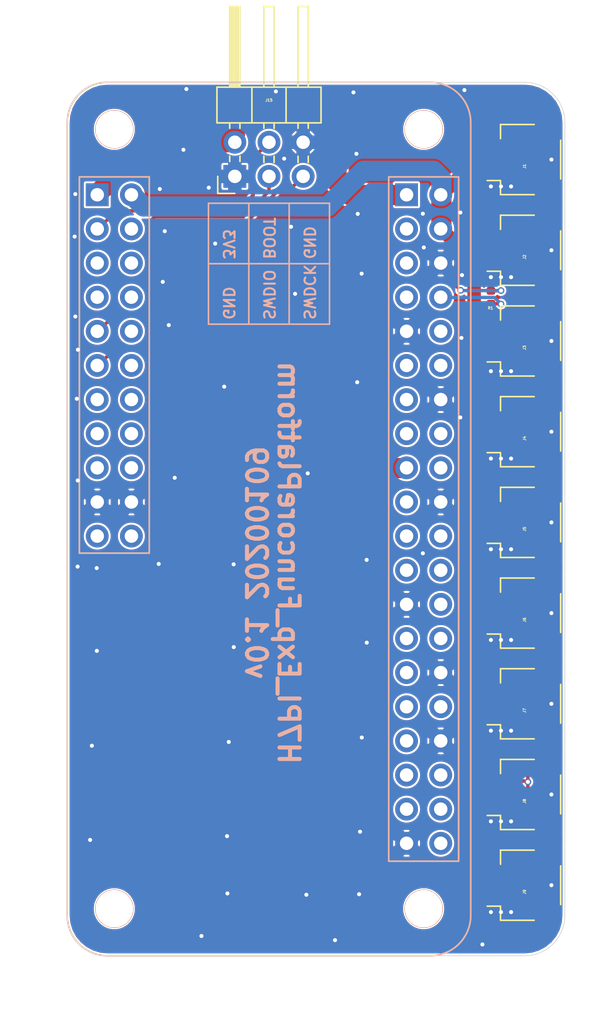
<source format=kicad_pcb>
(kicad_pcb (version 20171130) (host pcbnew "(5.1.4)-1")
  (title_block (title H7PI_Exp_FuncorePlatform) (date 2020-01-09) (rev 0.1) (company PinoD&M) (comment 1 fuhua-chen) (comment 2 fuhua-chen))
  (layers (0 F.Cu signal) (31 B.Cu signal) (34 B.Paste user) (35 F.Paste user) (36 B.SilkS user) (37 F.SilkS user) (38 B.Mask user) (39 F.Mask user) (44 Edge.Cuts user))
  (net 0 "")
  (net 1 /VBUS)
  (net 2 /SIG)
  (net 3 /SWDCLK)
  (net 4 /BOOT)
  (net 5 /SWDIO)
  (net 6 /3V3)
  (net 7 GND)
  (module Connector_PinHeader_2.54mm:PinHeader_2x03_P2.54mm_Horizontal (layer F.Cu) (at 139.46 76.5 90)
    (fp_text reference J15 (at 5.67 2.54 180) (layer F.SilkS) (effects (font (size 0.2 0.2) (thickness 0.05))))
    (fp_text value Header_2x3)
    (fp_line (start -1.27 -1.27) (end 0 -1.27) (layer F.SilkS) (width 0.12))
    (fp_line (start -1.27 0) (end -1.27 -1.27) (layer F.SilkS) (width 0.12))
    (fp_line (start 1.042929 5.46) (end 1.497071 5.46) (layer F.SilkS) (width 0.12))
    (fp_line (start 1.042929 4.7) (end 1.497071 4.7) (layer F.SilkS) (width 0.12))
    (fp_line (start 3.582929 5.46) (end 3.98 5.46) (layer F.SilkS) (width 0.12))
    (fp_line (start 3.582929 4.7) (end 3.98 4.7) (layer F.SilkS) (width 0.12))
    (fp_line (start 12.64 5.46) (end 6.64 5.46) (layer F.SilkS) (width 0.12))
    (fp_line (start 12.64 4.7) (end 12.64 5.46) (layer F.SilkS) (width 0.12))
    (fp_line (start 6.64 4.7) (end 12.64 4.7) (layer F.SilkS) (width 0.12))
    (fp_line (start 3.98 3.81) (end 6.64 3.81) (layer F.SilkS) (width 0.12))
    (fp_line (start 1.042929 2.92) (end 1.497071 2.92) (layer F.SilkS) (width 0.12))
    (fp_line (start 1.042929 2.16) (end 1.497071 2.16) (layer F.SilkS) (width 0.12))
    (fp_line (start 3.582929 2.92) (end 3.98 2.92) (layer F.SilkS) (width 0.12))
    (fp_line (start 3.582929 2.16) (end 3.98 2.16) (layer F.SilkS) (width 0.12))
    (fp_line (start 12.64 2.92) (end 6.64 2.92) (layer F.SilkS) (width 0.12))
    (fp_line (start 12.64 2.16) (end 12.64 2.92) (layer F.SilkS) (width 0.12))
    (fp_line (start 6.64 2.16) (end 12.64 2.16) (layer F.SilkS) (width 0.12))
    (fp_line (start 3.98 1.27) (end 6.64 1.27) (layer F.SilkS) (width 0.12))
    (fp_line (start 1.11 0.38) (end 1.497071 0.38) (layer F.SilkS) (width 0.12))
    (fp_line (start 1.11 -0.38) (end 1.497071 -0.38) (layer F.SilkS) (width 0.12))
    (fp_line (start 3.582929 0.38) (end 3.98 0.38) (layer F.SilkS) (width 0.12))
    (fp_line (start 3.582929 -0.38) (end 3.98 -0.38) (layer F.SilkS) (width 0.12))
    (fp_line (start 6.64 0.28) (end 12.64 0.28) (layer F.SilkS) (width 0.12))
    (fp_line (start 6.64 0.16) (end 12.64 0.16) (layer F.SilkS) (width 0.12))
    (fp_line (start 6.64 0.04) (end 12.64 0.04) (layer F.SilkS) (width 0.12))
    (fp_line (start 6.64 -0.08) (end 12.64 -0.08) (layer F.SilkS) (width 0.12))
    (fp_line (start 6.64 -0.2) (end 12.64 -0.2) (layer F.SilkS) (width 0.12))
    (fp_line (start 6.64 -0.32) (end 12.64 -0.32) (layer F.SilkS) (width 0.12))
    (fp_line (start 12.64 0.38) (end 6.64 0.38) (layer F.SilkS) (width 0.12))
    (fp_line (start 12.64 -0.38) (end 12.64 0.38) (layer F.SilkS) (width 0.12))
    (fp_line (start 6.64 -0.38) (end 12.64 -0.38) (layer F.SilkS) (width 0.12))
    (fp_line (start 6.64 -1.33) (end 3.98 -1.33) (layer F.SilkS) (width 0.12))
    (fp_line (start 6.64 6.41) (end 6.64 -1.33) (layer F.SilkS) (width 0.12))
    (fp_line (start 3.98 6.41) (end 6.64 6.41) (layer F.SilkS) (width 0.12))
    (fp_line (start 3.98 -1.33) (end 3.98 6.41) (layer F.SilkS) (width 0.12))
    (pad 6 thru_hole oval (at 2.54 5.08 90) (size 1.7 1.7) (drill 1) (layers *.Cu *.Mask) (net 7 GND))
    (pad 5 thru_hole oval (at 0 5.08 90) (size 1.7 1.7) (drill 1) (layers *.Cu *.Mask) (net 3 /SWDCLK))
    (pad 4 thru_hole oval (at 2.54 2.54 90) (size 1.7 1.7) (drill 1) (layers *.Cu *.Mask) (net 4 /BOOT))
    (pad 3 thru_hole oval (at 0 2.54 90) (size 1.7 1.7) (drill 1) (layers *.Cu *.Mask) (net 5 /SWDIO))
    (pad 2 thru_hole oval (at 2.54 0 90) (size 1.7 1.7) (drill 1) (layers *.Cu *.Mask) (net 6 /3V3))
    (pad 1 thru_hole rect (at 0 0 90) (size 1.7 1.7) (drill 1) (layers *.Cu *.Mask) (net 7 GND))
  )
  (module R_0402_1005Metric (layer F.Cu) (at 158.5 85.5 270)
    (fp_text reference R1 (at 0.8 0.03 180) (layer F.SilkS) (effects (font (size 0.2 0.2) (thickness 0.05))))
    (fp_text value DNP)
    (pad 1 smd roundrect (at -0.485 0 270) (size 0.59 0.64) (layers F.Cu F.Paste F.Mask) (net 6 /3V3))
    (pad 2 smd roundrect (at 0.485 0 270) (size 0.59 0.64) (layers F.Cu F.Paste F.Mask) (net 2 /SIG))
  )
  (module JST_SH_SM03B-SRSS-TB_1x03-1MP_P1.00mm_Horizontal (layer F.Cu) (at 161 75.25 90)
    (fp_text reference J1 (at -0.5 0 90) (layer F.SilkS) (effects (font (size 0.2 0.2) (thickness 0.05))))
    (fp_text value A1002WR-S-3P)
    (fp_line (start -2.61 0.715) (end -2.61 -1.785) (layer F.SilkS) (width 0.12))
    (fp_line (start -2.61 -1.785) (end -1.56 -1.785) (layer F.SilkS) (width 0.12))
    (fp_line (start -1.56 -1.785) (end -1.56 -2.775) (layer F.SilkS) (width 0.12))
    (fp_line (start 2.61 0.715) (end 2.61 -1.785) (layer F.SilkS) (width 0.12))
    (fp_line (start 2.61 -1.785) (end 1.56 -1.785) (layer F.SilkS) (width 0.12))
    (fp_line (start -1.44 2.685) (end 1.44 2.685) (layer F.SilkS) (width 0.12))
    (pad 1 smd roundrect (at -1 -2 90) (size 0.6 1.55) (layers F.Cu F.Paste F.Mask) (net 7 GND))
    (pad 2 smd roundrect (at 0 -2 90) (size 0.6 1.55) (layers F.Cu F.Paste F.Mask) (net 1 /VBUS))
    (pad 3 smd roundrect (at 1 -2 90) (size 0.6 1.55) (layers F.Cu F.Paste F.Mask) (net 2 /SIG))
    (pad MP smd roundrect (at -2.3 1.875 90) (size 1.2 1.8) (layers F.Cu F.Paste F.Mask) (roundrect_rratio 0.208333) (net 7 GND))
    (pad MP smd roundrect (at 2.3 1.875 90) (size 1.2 1.8) (layers F.Cu F.Paste F.Mask) (roundrect_rratio 0.208333) (net 7 GND))
  )
  (module JST_SH_SM03B-SRSS-TB_1x03-1MP_P1.00mm_Horizontal (layer F.Cu) (at 161 82 90)
    (fp_text reference J2 (at -0.5 0 90) (layer F.SilkS) (effects (font (size 0.2 0.2) (thickness 0.05))))
    (fp_text value A1002WR-S-3P)
    (fp_line (start -1.44 2.685) (end 1.44 2.685) (layer F.SilkS) (width 0.12))
    (fp_line (start 2.61 -1.785) (end 1.56 -1.785) (layer F.SilkS) (width 0.12))
    (fp_line (start 2.61 0.715) (end 2.61 -1.785) (layer F.SilkS) (width 0.12))
    (fp_line (start -1.56 -1.785) (end -1.56 -2.775) (layer F.SilkS) (width 0.12))
    (fp_line (start -2.61 -1.785) (end -1.56 -1.785) (layer F.SilkS) (width 0.12))
    (fp_line (start -2.61 0.715) (end -2.61 -1.785) (layer F.SilkS) (width 0.12))
    (pad MP smd roundrect (at 2.3 1.875 90) (size 1.2 1.8) (layers F.Cu F.Paste F.Mask) (roundrect_rratio 0.208333) (net 7 GND))
    (pad MP smd roundrect (at -2.3 1.875 90) (size 1.2 1.8) (layers F.Cu F.Paste F.Mask) (roundrect_rratio 0.208333) (net 7 GND))
    (pad 3 smd roundrect (at 1 -2 90) (size 0.6 1.55) (layers F.Cu F.Paste F.Mask) (net 2 /SIG))
    (pad 2 smd roundrect (at 0 -2 90) (size 0.6 1.55) (layers F.Cu F.Paste F.Mask) (net 1 /VBUS))
    (pad 1 smd roundrect (at -1 -2 90) (size 0.6 1.55) (layers F.Cu F.Paste F.Mask) (net 7 GND))
  )
  (module JST_SH_SM03B-SRSS-TB_1x03-1MP_P1.00mm_Horizontal (layer F.Cu) (at 161 88.75 90)
    (fp_text reference J3 (at -0.5 0 90) (layer F.SilkS) (effects (font (size 0.2 0.2) (thickness 0.05))))
    (fp_text value A1002WR-S-3P)
    (fp_line (start -2.61 0.715) (end -2.61 -1.785) (layer F.SilkS) (width 0.12))
    (fp_line (start -2.61 -1.785) (end -1.56 -1.785) (layer F.SilkS) (width 0.12))
    (fp_line (start -1.56 -1.785) (end -1.56 -2.775) (layer F.SilkS) (width 0.12))
    (fp_line (start 2.61 0.715) (end 2.61 -1.785) (layer F.SilkS) (width 0.12))
    (fp_line (start 2.61 -1.785) (end 1.56 -1.785) (layer F.SilkS) (width 0.12))
    (fp_line (start -1.44 2.685) (end 1.44 2.685) (layer F.SilkS) (width 0.12))
    (pad 1 smd roundrect (at -1 -2 90) (size 0.6 1.55) (layers F.Cu F.Paste F.Mask) (net 7 GND))
    (pad 2 smd roundrect (at 0 -2 90) (size 0.6 1.55) (layers F.Cu F.Paste F.Mask) (net 1 /VBUS))
    (pad 3 smd roundrect (at 1 -2 90) (size 0.6 1.55) (layers F.Cu F.Paste F.Mask) (net 2 /SIG))
    (pad MP smd roundrect (at -2.3 1.875 90) (size 1.2 1.8) (layers F.Cu F.Paste F.Mask) (roundrect_rratio 0.208333) (net 7 GND))
    (pad MP smd roundrect (at 2.3 1.875 90) (size 1.2 1.8) (layers F.Cu F.Paste F.Mask) (roundrect_rratio 0.208333) (net 7 GND))
  )
  (module JST_SH_SM03B-SRSS-TB_1x03-1MP_P1.00mm_Horizontal (layer F.Cu) (at 161 95.5 90)
    (fp_text reference J4 (at -0.5 0 90) (layer F.SilkS) (effects (font (size 0.2 0.2) (thickness 0.05))))
    (fp_text value A1002WR-S-3P)
    (fp_line (start -1.44 2.685) (end 1.44 2.685) (layer F.SilkS) (width 0.12))
    (fp_line (start 2.61 -1.785) (end 1.56 -1.785) (layer F.SilkS) (width 0.12))
    (fp_line (start 2.61 0.715) (end 2.61 -1.785) (layer F.SilkS) (width 0.12))
    (fp_line (start -1.56 -1.785) (end -1.56 -2.775) (layer F.SilkS) (width 0.12))
    (fp_line (start -2.61 -1.785) (end -1.56 -1.785) (layer F.SilkS) (width 0.12))
    (fp_line (start -2.61 0.715) (end -2.61 -1.785) (layer F.SilkS) (width 0.12))
    (pad MP smd roundrect (at 2.3 1.875 90) (size 1.2 1.8) (layers F.Cu F.Paste F.Mask) (roundrect_rratio 0.208333) (net 7 GND))
    (pad MP smd roundrect (at -2.3 1.875 90) (size 1.2 1.8) (layers F.Cu F.Paste F.Mask) (roundrect_rratio 0.208333) (net 7 GND))
    (pad 3 smd roundrect (at 1 -2 90) (size 0.6 1.55) (layers F.Cu F.Paste F.Mask) (net 2 /SIG))
    (pad 2 smd roundrect (at 0 -2 90) (size 0.6 1.55) (layers F.Cu F.Paste F.Mask) (net 1 /VBUS))
    (pad 1 smd roundrect (at -1 -2 90) (size 0.6 1.55) (layers F.Cu F.Paste F.Mask) (net 7 GND))
  )
  (module JST_SH_SM03B-SRSS-TB_1x03-1MP_P1.00mm_Horizontal (layer F.Cu) (at 161 102.25 90)
    (fp_text reference J5 (at -0.5 0 90) (layer F.SilkS) (effects (font (size 0.2 0.2) (thickness 0.05))))
    (fp_text value A1002WR-S-3P)
    (fp_line (start -2.61 0.715) (end -2.61 -1.785) (layer F.SilkS) (width 0.12))
    (fp_line (start -2.61 -1.785) (end -1.56 -1.785) (layer F.SilkS) (width 0.12))
    (fp_line (start -1.56 -1.785) (end -1.56 -2.775) (layer F.SilkS) (width 0.12))
    (fp_line (start 2.61 0.715) (end 2.61 -1.785) (layer F.SilkS) (width 0.12))
    (fp_line (start 2.61 -1.785) (end 1.56 -1.785) (layer F.SilkS) (width 0.12))
    (fp_line (start -1.44 2.685) (end 1.44 2.685) (layer F.SilkS) (width 0.12))
    (pad 1 smd roundrect (at -1 -2 90) (size 0.6 1.55) (layers F.Cu F.Paste F.Mask) (net 7 GND))
    (pad 2 smd roundrect (at 0 -2 90) (size 0.6 1.55) (layers F.Cu F.Paste F.Mask) (net 1 /VBUS))
    (pad 3 smd roundrect (at 1 -2 90) (size 0.6 1.55) (layers F.Cu F.Paste F.Mask) (net 2 /SIG))
    (pad MP smd roundrect (at -2.3 1.875 90) (size 1.2 1.8) (layers F.Cu F.Paste F.Mask) (roundrect_rratio 0.208333) (net 7 GND))
    (pad MP smd roundrect (at 2.3 1.875 90) (size 1.2 1.8) (layers F.Cu F.Paste F.Mask) (roundrect_rratio 0.208333) (net 7 GND))
  )
  (module JST_SH_SM03B-SRSS-TB_1x03-1MP_P1.00mm_Horizontal (layer F.Cu) (at 161 109 90)
    (fp_text reference J6 (at -0.5 0 90) (layer F.SilkS) (effects (font (size 0.2 0.2) (thickness 0.05))))
    (fp_text value A1002WR-S-3P)
    (fp_line (start -2.61 0.715) (end -2.61 -1.785) (layer F.SilkS) (width 0.12))
    (fp_line (start -2.61 -1.785) (end -1.56 -1.785) (layer F.SilkS) (width 0.12))
    (fp_line (start -1.56 -1.785) (end -1.56 -2.775) (layer F.SilkS) (width 0.12))
    (fp_line (start 2.61 0.715) (end 2.61 -1.785) (layer F.SilkS) (width 0.12))
    (fp_line (start 2.61 -1.785) (end 1.56 -1.785) (layer F.SilkS) (width 0.12))
    (fp_line (start -1.44 2.685) (end 1.44 2.685) (layer F.SilkS) (width 0.12))
    (pad 1 smd roundrect (at -1 -2 90) (size 0.6 1.55) (layers F.Cu F.Paste F.Mask) (net 7 GND))
    (pad 2 smd roundrect (at 0 -2 90) (size 0.6 1.55) (layers F.Cu F.Paste F.Mask) (net 1 /VBUS))
    (pad 3 smd roundrect (at 1 -2 90) (size 0.6 1.55) (layers F.Cu F.Paste F.Mask) (net 2 /SIG))
    (pad MP smd roundrect (at -2.3 1.875 90) (size 1.2 1.8) (layers F.Cu F.Paste F.Mask) (roundrect_rratio 0.208333) (net 7 GND))
    (pad MP smd roundrect (at 2.3 1.875 90) (size 1.2 1.8) (layers F.Cu F.Paste F.Mask) (roundrect_rratio 0.208333) (net 7 GND))
  )
  (module JST_SH_SM03B-SRSS-TB_1x03-1MP_P1.00mm_Horizontal (layer F.Cu) (at 161 115.75 90)
    (fp_text reference J7 (at -0.5 0 90) (layer F.SilkS) (effects (font (size 0.2 0.2) (thickness 0.05))))
    (fp_text value A1002WR-S-3P)
    (fp_line (start -2.61 0.715) (end -2.61 -1.785) (layer F.SilkS) (width 0.12))
    (fp_line (start -2.61 -1.785) (end -1.56 -1.785) (layer F.SilkS) (width 0.12))
    (fp_line (start -1.56 -1.785) (end -1.56 -2.775) (layer F.SilkS) (width 0.12))
    (fp_line (start 2.61 0.715) (end 2.61 -1.785) (layer F.SilkS) (width 0.12))
    (fp_line (start 2.61 -1.785) (end 1.56 -1.785) (layer F.SilkS) (width 0.12))
    (fp_line (start -1.44 2.685) (end 1.44 2.685) (layer F.SilkS) (width 0.12))
    (pad 1 smd roundrect (at -1 -2 90) (size 0.6 1.55) (layers F.Cu F.Paste F.Mask) (net 7 GND))
    (pad 2 smd roundrect (at 0 -2 90) (size 0.6 1.55) (layers F.Cu F.Paste F.Mask) (net 1 /VBUS))
    (pad 3 smd roundrect (at 1 -2 90) (size 0.6 1.55) (layers F.Cu F.Paste F.Mask) (net 2 /SIG))
    (pad MP smd roundrect (at -2.3 1.875 90) (size 1.2 1.8) (layers F.Cu F.Paste F.Mask) (roundrect_rratio 0.208333) (net 7 GND))
    (pad MP smd roundrect (at 2.3 1.875 90) (size 1.2 1.8) (layers F.Cu F.Paste F.Mask) (roundrect_rratio 0.208333) (net 7 GND))
  )
  (module JST_SH_SM03B-SRSS-TB_1x03-1MP_P1.00mm_Horizontal (layer F.Cu) (at 161 122.5 90)
    (fp_text reference J8 (at -0.5 0 90) (layer F.SilkS) (effects (font (size 0.2 0.2) (thickness 0.05))))
    (fp_text value A1002WR-S-3P)
    (fp_line (start -1.44 2.685) (end 1.44 2.685) (layer F.SilkS) (width 0.12))
    (fp_line (start 2.61 -1.785) (end 1.56 -1.785) (layer F.SilkS) (width 0.12))
    (fp_line (start 2.61 0.715) (end 2.61 -1.785) (layer F.SilkS) (width 0.12))
    (fp_line (start -1.56 -1.785) (end -1.56 -2.775) (layer F.SilkS) (width 0.12))
    (fp_line (start -2.61 -1.785) (end -1.56 -1.785) (layer F.SilkS) (width 0.12))
    (fp_line (start -2.61 0.715) (end -2.61 -1.785) (layer F.SilkS) (width 0.12))
    (pad MP smd roundrect (at 2.3 1.875 90) (size 1.2 1.8) (layers F.Cu F.Paste F.Mask) (roundrect_rratio 0.208333) (net 7 GND))
    (pad MP smd roundrect (at -2.3 1.875 90) (size 1.2 1.8) (layers F.Cu F.Paste F.Mask) (roundrect_rratio 0.208333) (net 7 GND))
    (pad 3 smd roundrect (at 1 -2 90) (size 0.6 1.55) (layers F.Cu F.Paste F.Mask) (net 2 /SIG))
    (pad 2 smd roundrect (at 0 -2 90) (size 0.6 1.55) (layers F.Cu F.Paste F.Mask) (net 1 /VBUS))
    (pad 1 smd roundrect (at -1 -2 90) (size 0.6 1.55) (layers F.Cu F.Paste F.Mask) (net 7 GND))
  )
  (module JST_SH_SM03B-SRSS-TB_1x03-1MP_P1.00mm_Horizontal (layer F.Cu) (at 161 129.25 90)
    (fp_text reference J9 (at -0.5 0 90) (layer F.SilkS) (effects (font (size 0.2 0.2) (thickness 0.05))))
    (fp_text value A1002WR-S-3P)
    (fp_line (start -1.44 2.685) (end 1.44 2.685) (layer F.SilkS) (width 0.12))
    (fp_line (start 2.61 -1.785) (end 1.56 -1.785) (layer F.SilkS) (width 0.12))
    (fp_line (start 2.61 0.715) (end 2.61 -1.785) (layer F.SilkS) (width 0.12))
    (fp_line (start -1.56 -1.785) (end -1.56 -2.775) (layer F.SilkS) (width 0.12))
    (fp_line (start -2.61 -1.785) (end -1.56 -1.785) (layer F.SilkS) (width 0.12))
    (fp_line (start -2.61 0.715) (end -2.61 -1.785) (layer F.SilkS) (width 0.12))
    (pad MP smd roundrect (at 2.3 1.875 90) (size 1.2 1.8) (layers F.Cu F.Paste F.Mask) (roundrect_rratio 0.208333) (net 7 GND))
    (pad MP smd roundrect (at -2.3 1.875 90) (size 1.2 1.8) (layers F.Cu F.Paste F.Mask) (roundrect_rratio 0.208333) (net 7 GND))
    (pad 3 smd roundrect (at 1 -2 90) (size 0.6 1.55) (layers F.Cu F.Paste F.Mask) (net 2 /SIG))
    (pad 2 smd roundrect (at 0 -2 90) (size 0.6 1.55) (layers F.Cu F.Paste F.Mask) (net 1 /VBUS))
    (pad 1 smd roundrect (at -1 -2 90) (size 0.6 1.55) (layers F.Cu F.Paste F.Mask) (net 7 GND))
  )
  (module Module_H7PI_Exp_65x30mm (layer F.Cu) (at 142 102)
    (fp_text reference U1 hide)
    (fp_text value H7PI_Exp hide)
    (fp_line (start 8.9 -25.46) (end 8.9 25.46) (layer B.SilkS) (width 0.12))
    (fp_line (start 14.1 -25.46) (end 8.9 -25.46) (layer B.SilkS) (width 0.12))
    (fp_line (start 14.1 25.46) (end 14.1 -25.46) (layer B.SilkS) (width 0.12))
    (fp_line (start 8.9 25.46) (end 14.1 25.46) (layer B.SilkS) (width 0.12))
    (fp_line (start -14.1 2.54) (end -14.1 -25.46) (layer B.SilkS) (width 0.12))
    (fp_line (start -8.9 2.54) (end -14.1 2.54) (layer B.SilkS) (width 0.12))
    (fp_line (start -8.9 -25.46) (end -8.9 2.54) (layer B.SilkS) (width 0.12))
    (fp_line (start -14.1 -25.46) (end -8.9 -25.46) (layer B.SilkS) (width 0.12))
    (fp_line (start -14.1 2.54) (end -8.9 2.54) (layer F.SilkS) (width 0.12))
    (fp_line (start -14.1 -25.46) (end -14.1 2.54) (layer F.SilkS) (width 0.12))
    (fp_line (start 8.9 -25.46) (end 14.1 -25.46) (layer F.SilkS) (width 0.12))
    (fp_line (start 14.1 -25.46) (end 14.1 25.46) (layer F.SilkS) (width 0.12))
    (fp_line (start -8.9 -25.46) (end -8.9 2.54) (layer F.SilkS) (width 0.12))
    (fp_line (start 8.9 -25.46) (end 8.9 25.46) (layer F.SilkS) (width 0.12))
    (fp_line (start -14.1 -25.46) (end -8.9 -25.46) (layer F.SilkS) (width 0.12))
    (fp_line (start 8.9 25.46) (end 14.1 25.46) (layer F.SilkS) (width 0.12))
    (fp_circle (center -11.5 29) (end -10.125 29) (layer B.SilkS) (width 0.12))
    (fp_line (start -15 -29.5) (end -15 29.5) (layer B.SilkS) (width 0.12))
    (fp_circle (center 11.5 29) (end 12.875 29) (layer F.SilkS) (width 0.12))
    (fp_arc (start 12 29.5) (end 12 32.5) (angle -90) (layer B.SilkS) (width 0.12))
    (fp_arc (start 12 -29.5) (end 15 -29.5) (angle -90) (layer B.SilkS) (width 0.12))
    (fp_line (start 12 -32.5) (end -12 -32.5) (layer B.SilkS) (width 0.12))
    (fp_arc (start -12 -29.5) (end -12 -32.5) (angle -90) (layer B.SilkS) (width 0.12))
    (fp_circle (center 11.5 -29) (end 12.875 -29) (layer B.SilkS) (width 0.12))
    (fp_circle (center -11.5 -29) (end -10.125 -29) (layer B.SilkS) (width 0.12))
    (fp_line (start 15 -29.5) (end 15 29.5) (layer B.SilkS) (width 0.12))
    (fp_line (start -12 32.5) (end 12 32.5) (layer B.SilkS) (width 0.12))
    (fp_arc (start -12 29.5) (end -15 29.5) (angle -90) (layer B.SilkS) (width 0.12))
    (fp_line (start -12 32.5) (end 12 32.5) (layer F.SilkS) (width 0.12))
    (fp_arc (start -12 29.5) (end -15 29.5) (angle -90) (layer F.SilkS) (width 0.12))
    (fp_circle (center -11.5 29) (end -10.125 29) (layer F.SilkS) (width 0.12))
    (fp_line (start -15 -29.5) (end -15 29.5) (layer F.SilkS) (width 0.12))
    (fp_circle (center 11.5 29) (end 12.875 29) (layer B.SilkS) (width 0.12))
    (fp_arc (start 12 29.5) (end 12 32.5) (angle -90) (layer F.SilkS) (width 0.12))
    (fp_arc (start 12 -29.5) (end 15 -29.5) (angle -90) (layer F.SilkS) (width 0.12))
    (fp_circle (center 11.5 -29) (end 12.875 -29) (layer F.SilkS) (width 0.12))
    (fp_circle (center -11.5 -29) (end -10.125 -29) (layer F.SilkS) (width 0.12))
    (fp_line (start 12 -32.5) (end -12 -32.5) (layer F.SilkS) (width 0.12))
    (fp_arc (start -12 -29.5) (end -12 -32.5) (angle -90) (layer F.SilkS) (width 0.12))
    (fp_line (start 15 -29.5) (end 15 29.5) (layer F.SilkS) (width 0.12))
    (pad 60 thru_hole circle (at 12.77 24.13) (size 1.7 1.7) (drill 1) (layers *.Cu *.Mask))
    (pad 59 thru_hole circle (at 10.23 24.13) (size 1.7 1.7) (drill 1) (layers *.Cu *.Mask) (net 7 GND))
    (pad 58 thru_hole circle (at 12.77 21.59) (size 1.7 1.7) (drill 1) (layers *.Cu *.Mask))
    (pad 57 thru_hole circle (at 10.23 21.59) (size 1.7 1.7) (drill 1) (layers *.Cu *.Mask))
    (pad 56 thru_hole circle (at 12.77 19.05) (size 1.7 1.7) (drill 1) (layers *.Cu *.Mask))
    (pad 55 thru_hole circle (at 10.23 19.05) (size 1.7 1.7) (drill 1) (layers *.Cu *.Mask))
    (pad 54 thru_hole circle (at 12.77 16.51) (size 1.7 1.7) (drill 1) (layers *.Cu *.Mask) (net 7 GND))
    (pad 53 thru_hole circle (at 10.23 16.51) (size 1.7 1.7) (drill 1) (layers *.Cu *.Mask))
    (pad 52 thru_hole circle (at 12.77 13.97) (size 1.7 1.7) (drill 1) (layers *.Cu *.Mask))
    (pad 51 thru_hole circle (at 10.23 13.97) (size 1.7 1.7) (drill 1) (layers *.Cu *.Mask))
    (pad 50 thru_hole circle (at 12.77 11.43) (size 1.7 1.7) (drill 1) (layers *.Cu *.Mask) (net 7 GND))
    (pad 49 thru_hole circle (at 10.23 11.43) (size 1.7 1.7) (drill 1) (layers *.Cu *.Mask))
    (pad 48 thru_hole circle (at 12.77 8.89) (size 1.7 1.7) (drill 1) (layers *.Cu *.Mask))
    (pad 47 thru_hole circle (at 10.23 8.89) (size 1.7 1.7) (drill 1) (layers *.Cu *.Mask))
    (pad 46 thru_hole circle (at 12.77 6.35) (size 1.7 1.7) (drill 1) (layers *.Cu *.Mask))
    (pad 45 thru_hole circle (at 10.23 6.35) (size 1.7 1.7) (drill 1) (layers *.Cu *.Mask) (net 7 GND))
    (pad 44 thru_hole circle (at 12.77 3.81) (size 1.7 1.7) (drill 1) (layers *.Cu *.Mask))
    (pad 43 thru_hole circle (at 10.23 3.81) (size 1.7 1.7) (drill 1) (layers *.Cu *.Mask))
    (pad 42 thru_hole circle (at 12.77 1.27) (size 1.7 1.7) (drill 1) (layers *.Cu *.Mask))
    (pad 41 thru_hole circle (at 10.23 1.27) (size 1.7 1.7) (drill 1) (layers *.Cu *.Mask))
    (pad 40 thru_hole circle (at 12.77 -1.27) (size 1.7 1.7) (drill 1) (layers *.Cu *.Mask) (net 7 GND))
    (pad 39 thru_hole circle (at 10.23 -1.27) (size 1.7 1.7) (drill 1) (layers *.Cu *.Mask))
    (pad 38 thru_hole circle (at 12.77 -3.81) (size 1.7 1.7) (drill 1) (layers *.Cu *.Mask))
    (pad 36 thru_hole circle (at 12.77 -6.35) (size 1.7 1.7) (drill 1) (layers *.Cu *.Mask))
    (pad 37 thru_hole circle (at 10.23 -3.81) (size 1.7 1.7) (drill 1) (layers *.Cu *.Mask) (net 6 /3V3))
    (pad 35 thru_hole circle (at 10.23 -6.35) (size 1.7 1.7) (drill 1) (layers *.Cu *.Mask))
    (pad 34 thru_hole circle (at 12.77 -8.89) (size 1.7 1.7) (drill 1) (layers *.Cu *.Mask) (net 7 GND))
    (pad 33 thru_hole circle (at 10.23 -8.89) (size 1.7 1.7) (drill 1) (layers *.Cu *.Mask))
    (pad 32 thru_hole circle (at 12.77 -11.43) (size 1.7 1.7) (drill 1) (layers *.Cu *.Mask))
    (pad 31 thru_hole circle (at 10.23 -11.43) (size 1.7 1.7) (drill 1) (layers *.Cu *.Mask))
    (pad 30 thru_hole circle (at 12.77 -13.97) (size 1.7 1.7) (drill 1) (layers *.Cu *.Mask))
    (pad 29 thru_hole circle (at 10.23 -13.97) (size 1.7 1.7) (drill 1) (layers *.Cu *.Mask) (net 7 GND))
    (pad 28 thru_hole circle (at 12.77 -16.51) (size 1.7 1.7) (drill 1) (layers *.Cu *.Mask) (net 2 /SIG))
    (pad 27 thru_hole circle (at 10.23 -16.51) (size 1.7 1.7) (drill 1) (layers *.Cu *.Mask))
    (pad 26 thru_hole circle (at 12.77 -19.05) (size 1.7 1.7) (drill 1) (layers *.Cu *.Mask) (net 7 GND))
    (pad 25 thru_hole circle (at 10.23 -19.05) (size 1.7 1.7) (drill 1) (layers *.Cu *.Mask))
    (pad 24 thru_hole circle (at 12.77 -21.59) (size 1.7 1.7) (drill 1) (layers *.Cu *.Mask) (net 1 /VBUS))
    (pad 23 thru_hole circle (at 10.23 -21.59) (size 1.7 1.7) (drill 1) (layers *.Cu *.Mask))
    (pad 22 thru_hole circle (at 12.77 -24.13) (size 1.7 1.7) (drill 1) (layers *.Cu *.Mask) (net 1 /VBUS))
    (pad 21 thru_hole rect (at 10.23 -24.13) (size 1.7 1.7) (drill 1) (layers *.Cu *.Mask) (net 6 /3V3))
    (pad 20 thru_hole circle (at -10.23 -1.27) (size 1.7 1.7) (drill 1) (layers *.Cu *.Mask) (net 7 GND))
    (pad 19 thru_hole circle (at -12.77 -1.27) (size 1.7 1.7) (drill 1) (layers *.Cu *.Mask) (net 7 GND))
    (pad 18 thru_hole circle (at -10.23 -3.81) (size 1.7 1.7) (drill 1) (layers *.Cu *.Mask))
    (pad 17 thru_hole circle (at -12.77 -3.81) (size 1.7 1.7) (drill 1) (layers *.Cu *.Mask))
    (pad 16 thru_hole circle (at -10.23 -6.35) (size 1.7 1.7) (drill 1) (layers *.Cu *.Mask))
    (pad 15 thru_hole circle (at -12.77 -6.35) (size 1.7 1.7) (drill 1) (layers *.Cu *.Mask))
    (pad 14 thru_hole circle (at -10.23 -8.89) (size 1.7 1.7) (drill 1) (layers *.Cu *.Mask))
    (pad 13 thru_hole circle (at -12.77 -8.89) (size 1.7 1.7) (drill 1) (layers *.Cu *.Mask))
    (pad 12 thru_hole circle (at -10.23 -11.43) (size 1.7 1.7) (drill 1) (layers *.Cu *.Mask))
    (pad 11 thru_hole circle (at -12.77 -11.43) (size 1.7 1.7) (drill 1) (layers *.Cu *.Mask) (net 3 /SWDCLK))
    (pad 10 thru_hole circle (at -10.23 -13.97) (size 1.7 1.7) (drill 1) (layers *.Cu *.Mask))
    (pad 9 thru_hole circle (at -12.77 -13.97) (size 1.7 1.7) (drill 1) (layers *.Cu *.Mask) (net 5 /SWDIO))
    (pad 8 thru_hole circle (at -10.23 -16.51) (size 1.7 1.7) (drill 1) (layers *.Cu *.Mask))
    (pad 7 thru_hole circle (at -12.77 -16.51) (size 1.7 1.7) (drill 1) (layers *.Cu *.Mask))
    (pad 6 thru_hole circle (at -10.23 -19.05) (size 1.7 1.7) (drill 1) (layers *.Cu *.Mask))
    (pad 5 thru_hole circle (at -12.77 -19.05) (size 1.7 1.7) (drill 1) (layers *.Cu *.Mask))
    (pad 4 thru_hole circle (at -10.23 -21.59) (size 1.7 1.7) (drill 1) (layers *.Cu *.Mask))
    (pad 3 thru_hole circle (at -12.77 -21.59) (size 1.7 1.7) (drill 1) (layers *.Cu *.Mask) (net 4 /BOOT))
    (pad 2 thru_hole circle (at -10.23 -24.13) (size 1.7 1.7) (drill 1) (layers *.Cu *.Mask) (net 1 /VBUS))
    (pad 1 thru_hole rect (at -12.77 -24.13) (size 1.7 1.7) (drill 1) (layers *.Cu *.Mask) (net 6 /3V3))
    (pad "" np_thru_hole circle (at -11.5 -29) (size 2.75 2.75) (drill 2.75) (layers *.Cu *.Mask))
    (pad "" np_thru_hole circle (at 11.5 -29) (size 2.75 2.75) (drill 2.75) (layers *.Cu *.Mask))
    (pad "" np_thru_hole circle (at 11.5 29) (size 2.75 2.75) (drill 2.75) (layers *.Cu *.Mask))
    (pad "" np_thru_hole circle (at -11.5 29) (size 2.75 2.75) (drill 2.75) (layers *.Cu *.Mask))
    (pad USBP thru_hole circle (at -10.23 1.27) (size 1.7 1.7) (drill 1) (layers *.Cu *.Mask))
    (pad USBN thru_hole circle (at -12.77 1.27) (size 1.7 1.7) (drill 1) (layers *.Cu *.Mask))
  )
  (gr_text SWDCK (at 145 87.25 270) (layer B.SilkS) (effects (font (size 0.8 0.8) (thickness 0.152)) (justify left mirror)))
  (gr_text SWDIO (at 142 87.25 270) (layer B.SilkS) (effects (font (size 0.8 0.8) (thickness 0.152)) (justify left mirror)))
  (gr_text GND (at 139 87.25 270) (layer B.SilkS) (effects (font (size 0.8 0.8) (thickness 0.152)) (justify left mirror)))
  (gr_text GND (at 145 82.75 270) (layer B.SilkS) (effects (font (size 0.8 0.8) (thickness 0.152)) (justify left mirror)))
  (gr_text BOOT (at 142 82.75 270) (layer B.SilkS) (effects (font (size 0.8 0.8) (thickness 0.152)) (justify left mirror)))
  (gr_line (start 137.5 83) (end 146.5 83) (layer B.SilkS) (width 0.12))
  (gr_text "3V3\n" (at 139 82.75 270) (layer B.SilkS) (effects (font (size 0.8 0.8) (thickness 0.152)) (justify left mirror)))
  (gr_line (start 143.5 78.5) (end 143.5 87.5) (layer B.SilkS) (width 0.12))
  (gr_line (start 140.5 78.5) (end 140.5 87.5) (layer B.SilkS) (width 0.12))
  (gr_line (start 137.5 78.5) (end 137.5 87.5) (layer B.SilkS) (width 0.12))
  (gr_line (start 146.5 87.5) (end 137.5 87.5) (layer B.SilkS) (width 0.12))
  (gr_line (start 146.5 78.5) (end 146.5 87.5) (layer B.SilkS) (width 0.12))
  (gr_line (start 137.5 78.5) (end 146.5 78.5) (layer B.SilkS) (width 0.12))
  (gr_text "H7PI_Exp_FuncorePlatform\nv0.1 20200109" (at 142.25 105.25 270) (layer B.SilkS) (effects (font (size 1.5 1.5) (thickness 0.3)) (justify mirror)))
  (gr_arc (start 161 72.5) (end 164 72.5) (angle -90) (layer Edge.Cuts) (width 0.05))
  (gr_arc (start 130 72.5) (end 130 69.5) (angle -90) (layer Edge.Cuts) (width 0.05))
  (gr_arc (start 161 131.5) (end 161 134.5) (angle -90) (layer Edge.Cuts) (width 0.05))
  (gr_arc (start 130 131.5) (end 127 131.5) (angle -90) (layer Edge.Cuts) (width 0.05))
  (gr_line (start 161 134.5) (end 130 134.5) (layer Edge.Cuts) (width 0.05))
  (gr_line (start 164 72.5) (end 164 131.5) (layer Edge.Cuts) (width 0.05))
  (gr_line (start 130 69.5) (end 161 69.5) (layer Edge.Cuts) (width 0.05))
  (gr_line (start 127 131.5) (end 127 72.5) (layer Edge.Cuts) (width 0.05))
  (via (at 156.53 70.08) (size 0.5) (drill 0.3) (layers F.Cu B.Cu) (net 7))
  (via (at 163 88.75) (size 0.5) (drill 0.3) (layers F.Cu B.Cu) (net 7))
  (via (at 163 95.5) (size 0.5) (drill 0.3) (layers F.Cu B.Cu) (net 7))
  (via (at 163 109) (size 0.5) (drill 0.3) (layers F.Cu B.Cu) (net 7))
  (via (at 161.25 121.56) (size 0.5) (drill 0.3) (layers F.Cu B.Cu) (net 2))
  (via (at 157.87 133.66) (size 0.5) (drill 0.3) (layers F.Cu B.Cu) (net 7))
  (via (at 128.7 125.88) (size 0.5) (drill 0.3) (layers F.Cu B.Cu) (net 7))
  (via (at 138.88 125.6) (size 0.5) (drill 0.3) (layers F.Cu B.Cu) (net 7))
  (via (at 148.77 125.27) (size 0.5) (drill 0.3) (layers F.Cu B.Cu) (net 7))
  (via (at 144.78 129.96) (size 0.5) (drill 0.3) (layers F.Cu B.Cu) (net 7))
  (via (at 138.91 129.86) (size 0.5) (drill 0.3) (layers F.Cu B.Cu) (net 7))
  (via (at 148.7 129.92) (size 0.5) (drill 0.3) (layers F.Cu B.Cu) (net 7))
  (via (at 148.9 118.26) (size 0.5) (drill 0.3) (layers F.Cu B.Cu) (net 7))
  (via (at 128.83 118.87) (size 0.5) (drill 0.3) (layers F.Cu B.Cu) (net 7))
  (via (at 139.01 118.59) (size 0.5) (drill 0.3) (layers F.Cu B.Cu) (net 7))
  (via (at 139.38 111.53) (size 0.5) (drill 0.3) (layers F.Cu B.Cu) (net 7))
  (via (at 129.2 111.81) (size 0.5) (drill 0.3) (layers F.Cu B.Cu) (net 7))
  (via (at 149.27 111.2) (size 0.5) (drill 0.3) (layers F.Cu B.Cu) (net 7))
  (via (at 139.37 105.37) (size 0.5) (drill 0.3) (layers F.Cu B.Cu) (net 7))
  (via (at 129.19 105.65) (size 0.5) (drill 0.3) (layers F.Cu B.Cu) (net 7))
  (via (at 149.26 105.04) (size 0.5) (drill 0.3) (layers F.Cu B.Cu) (net 7))
  (via (at 144.88 98.6) (size 0.5) (drill 0.3) (layers F.Cu B.Cu) (net 7))
  (via (at 134.99 98.93) (size 0.5) (drill 0.3) (layers F.Cu B.Cu) (net 7))
  (via (at 138.67 92.15) (size 0.5) (drill 0.3) (layers F.Cu B.Cu) (net 7))
  (via (at 148.56 91.82) (size 0.5) (drill 0.3) (layers F.Cu B.Cu) (net 7))
  (via (at 143.94 85.24) (size 0.5) (drill 0.3) (layers F.Cu B.Cu) (net 7))
  (via (at 134.55 87.57) (size 0.5) (drill 0.3) (layers F.Cu B.Cu) (net 7))
  (via (at 138 81.5) (size 0.5) (drill 0.3) (layers F.Cu B.Cu) (net 7))
  (via (at 148.89 83.74) (size 0.5) (drill 0.3) (layers F.Cu B.Cu) (net 7))
  (via (at 143.64 80.25) (size 0.5) (drill 0.3) (layers F.Cu B.Cu) (net 7))
  (via (at 134.25 80.58) (size 0.5) (drill 0.3) (layers F.Cu B.Cu) (net 7))
  (via (at 148.6 79.29) (size 0.5) (drill 0.3) (layers F.Cu B.Cu) (net 7))
  (via (at 127.6 77.82) (size 0.5) (drill 0.3) (layers F.Cu B.Cu) (net 7))
  (via (at 127.55 80.98) (size 0.5) (drill 0.3) (layers F.Cu B.Cu) (net 7))
  (via (at 127.6 86.93) (size 0.5) (drill 0.3) (layers F.Cu B.Cu) (net 7))
  (via (at 127.71 93.05) (size 0.5) (drill 0.3) (layers F.Cu B.Cu) (net 7))
  (via (at 127.79 89.4) (size 0.5) (drill 0.3) (layers F.Cu B.Cu) (net 7))
  (via (at 127.78 99.13) (size 0.5) (drill 0.3) (layers F.Cu B.Cu) (net 7))
  (via (at 127.77 105.54) (size 0.5) (drill 0.3) (layers F.Cu B.Cu) (net 7))
  (via (at 133.8 105.34) (size 0.5) (drill 0.3) (layers F.Cu B.Cu) (net 7))
  (via (at 136.98 133.03) (size 0.5) (drill 0.3) (layers F.Cu B.Cu) (net 7))
  (via (at 146.91 133.34) (size 0.5) (drill 0.3) (layers F.Cu B.Cu) (net 7))
  (via (at 153.44 104.55) (size 0.5) (drill 0.3) (layers F.Cu B.Cu) (net 7))
  (via (at 156.23 94.44) (size 0.5) (drill 0.3) (layers F.Cu B.Cu) (net 7))
  (via (at 156.31 88.52) (size 0.5) (drill 0.3) (layers F.Cu B.Cu) (net 7))
  (via (at 156.35 83.85) (size 0.5) (drill 0.3) (layers F.Cu B.Cu) (net 7))
  (via (at 156.23 79.19) (size 0.5) (drill 0.3) (layers F.Cu B.Cu) (net 7))
  (via (at 153.44 79.28) (size 0.5) (drill 0.3) (layers F.Cu B.Cu) (net 7))
  (via (at 153.51 81.79) (size 0.5) (drill 0.3) (layers F.Cu B.Cu) (net 7))
  (via (at 148.5 74.82) (size 0.5) (drill 0.3) (layers F.Cu B.Cu) (net 7))
  (via (at 148.28 70.25) (size 0.5) (drill 0.3) (layers F.Cu B.Cu) (net 7))
  (via (at 142.51 70.18) (size 0.5) (drill 0.3) (layers F.Cu B.Cu) (net 7))
  (via (at 135.86 70) (size 0.5) (drill 0.3) (layers F.Cu B.Cu) (net 7))
  (via (at 135.64 74.52) (size 0.5) (drill 0.3) (layers F.Cu B.Cu) (net 7))
  (via (at 143.13 75.18) (size 0.5) (drill 0.3) (layers F.Cu B.Cu) (net 7))
  (via (at 134.1 84.35) (size 0.5) (drill 0.3) (layers F.Cu B.Cu) (net 7))
  (via (at 133.88 77.44) (size 0.5) (drill 0.3) (layers F.Cu B.Cu) (net 7))
  (via (at 137.52 77.34) (size 0.5) (drill 0.3) (layers F.Cu B.Cu) (net 7))
  (segment (start 154.820001 77.888001) (end 154.820001 80.428001) (width 1.5) (layer F.Cu) (net 1))
  (segment (start 154.820001 76.68592) (end 154.820001 77.888001) (width 1.5) (layer B.Cu) (net 1))
  (segment (start 154.222081 76.088) (end 154.820001 76.68592) (width 1.5) (layer B.Cu) (net 1))
  (segment (start 149.012 76.088) (end 154.222081 76.088) (width 1.5) (layer B.Cu) (net 1))
  (segment (start 146.362 78.738) (end 149.012 76.088) (width 1.5) (layer B.Cu) (net 1))
  (segment (start 131.820001 77.888001) (end 132.67 78.738) (width 1.5) (layer B.Cu) (net 1))
  (segment (start 132.67 78.738) (end 146.362 78.738) (width 1.5) (layer B.Cu) (net 1))
  (segment (start 157.458002 75.25) (end 154.820001 77.888001) (width 1) (layer F.Cu) (net 1))
  (segment (start 159 75.25) (end 157.458002 75.25) (width 1) (layer F.Cu) (net 1))
  (segment (start 158.125 129.25) (end 159 129.25) (width 1) (layer F.Cu) (net 1))
  (segment (start 158.090784 129.25) (end 158.125 129.25) (width 1) (layer F.Cu) (net 1))
  (segment (start 157.252001 128.411217) (end 158.090784 129.25) (width 1) (layer F.Cu) (net 1))
  (segment (start 157.254002 122.5) (end 157.252001 122.502001) (width 1) (layer F.Cu) (net 1))
  (segment (start 159 122.5) (end 157.254002 122.5) (width 1) (layer F.Cu) (net 1))
  (segment (start 157.252001 122.502001) (end 157.252001 128.411217) (width 1) (layer F.Cu) (net 1))
  (segment (start 157.504002 115.75) (end 157.252001 116.002001) (width 1) (layer F.Cu) (net 1))
  (segment (start 159 115.75) (end 157.504002 115.75) (width 1) (layer F.Cu) (net 1))
  (segment (start 157.252001 116.002001) (end 157.252001 122.502001) (width 1) (layer F.Cu) (net 1))
  (segment (start 157.254002 109) (end 157.252001 108.997999) (width 1) (layer F.Cu) (net 1))
  (segment (start 159 109) (end 157.254002 109) (width 1) (layer F.Cu) (net 1))
  (segment (start 157.252001 108.997999) (end 157.252001 116.002001) (width 1) (layer F.Cu) (net 1))
  (segment (start 157.254002 102.25) (end 157.252001 102.247999) (width 1) (layer F.Cu) (net 1))
  (segment (start 159 102.25) (end 157.254002 102.25) (width 1) (layer F.Cu) (net 1))
  (segment (start 157.252001 102.247999) (end 157.252001 108.997999) (width 1) (layer F.Cu) (net 1))
  (segment (start 157.504002 95.5) (end 157.252001 95.247999) (width 1) (layer F.Cu) (net 1))
  (segment (start 159 95.5) (end 157.504002 95.5) (width 1) (layer F.Cu) (net 1))
  (segment (start 157.252001 95.247999) (end 157.252001 102.247999) (width 1) (layer F.Cu) (net 1))
  (segment (start 157.254002 88.75) (end 157.252001 88.752001) (width 1) (layer F.Cu) (net 1))
  (segment (start 159 88.75) (end 157.254002 88.75) (width 1) (layer F.Cu) (net 1))
  (segment (start 157.252001 82.860001) (end 157.252001 88.752001) (width 1) (layer F.Cu) (net 1))
  (segment (start 157.252001 88.752001) (end 157.252001 95.247999) (width 1) (layer F.Cu) (net 1))
  (segment (start 157.252001 82.838783) (end 157.252001 82.860001) (width 1) (layer F.Cu) (net 1))
  (segment (start 158.090784 82) (end 157.252001 82.838783) (width 1) (layer F.Cu) (net 1))
  (segment (start 159 82) (end 158.090784 82) (width 1) (layer F.Cu) (net 1))
  (segment (start 156.5 82) (end 156.446 82.054) (width 1) (layer F.Cu) (net 1))
  (segment (start 159 82) (end 156.5 82) (width 1) (layer F.Cu) (net 1))
  (segment (start 154.820001 80.428001) (end 156.446 82.054) (width 1) (layer F.Cu) (net 1))
  (segment (start 156.446 82.054) (end 157.252001 82.860001) (width 1) (layer F.Cu) (net 1))
  (segment (start 159 74.25) (end 160.25 74.25) (width 0.254) (layer F.Cu) (net 2))
  (segment (start 160.25 74.25) (end 161.25 75.25) (width 0.254) (layer F.Cu) (net 2))
  (segment (start 160.5 128.25) (end 159 128.25) (width 0.254) (layer F.Cu) (net 2))
  (segment (start 161.25 127.5) (end 160.5 128.25) (width 0.254) (layer F.Cu) (net 2))
  (segment (start 159 121.5) (end 161.25 121.5) (width 0.254) (layer F.Cu) (net 2))
  (segment (start 161.25 121.5) (end 161.25 127.5) (width 0.254) (layer F.Cu) (net 2))
  (segment (start 159 114.75) (end 161.25 114.75) (width 0.254) (layer F.Cu) (net 2))
  (segment (start 161.25 114.75) (end 161.25 121.5) (width 0.254) (layer F.Cu) (net 2))
  (segment (start 159 108) (end 161.25 108) (width 0.254) (layer F.Cu) (net 2))
  (segment (start 161.25 108) (end 161.25 114.75) (width 0.254) (layer F.Cu) (net 2))
  (segment (start 159 101.25) (end 161.25 101.25) (width 0.254) (layer F.Cu) (net 2))
  (segment (start 161.25 101.25) (end 161.25 108) (width 0.254) (layer F.Cu) (net 2))
  (segment (start 159 94.5) (end 161.25 94.5) (width 0.254) (layer F.Cu) (net 2))
  (segment (start 161.25 94.5) (end 161.25 101.25) (width 0.254) (layer F.Cu) (net 2))
  (segment (start 159 87.75) (end 161.25 87.75) (width 0.254) (layer F.Cu) (net 2))
  (segment (start 161.25 87.75) (end 161.25 94.5) (width 0.254) (layer F.Cu) (net 2))
  (segment (start 159 81) (end 161.25 81) (width 0.254) (layer F.Cu) (net 2))
  (segment (start 161.25 75.25) (end 161.25 81) (width 0.254) (layer F.Cu) (net 2))
  (segment (start 161.25 81) (end 161.25 87.75) (width 0.254) (layer F.Cu) (net 2))
  (segment (start 159 86.485) (end 158.5 85.985) (width 0.254) (layer F.Cu) (net 2))
  (segment (start 159 87.75) (end 159 86.485) (width 0.254) (layer F.Cu) (net 2))
  (via (at 159.25 86) (size 0.5) (drill 0.3) (layers F.Cu B.Cu) (net 2))
  (segment (start 158.5 85.985) (end 159.235 85.985) (width 0.254) (layer F.Cu) (net 2))
  (segment (start 159.235 85.985) (end 159.25 86) (width 0.254) (layer F.Cu) (net 2))
  (segment (start 158.758001 85.508001) (end 154.820001 85.508001) (width 0.254) (layer B.Cu) (net 2))
  (segment (start 159.25 86) (end 158.758001 85.508001) (width 0.254) (layer B.Cu) (net 2))
  (segment (start 143.690001 77.349999) (end 144.54 76.5) (width 0.25) (layer F.Cu) (net 3))
  (segment (start 142.890001 77.349999) (end 143.690001 77.349999) (width 0.25) (layer F.Cu) (net 3))
  (segment (start 140.495 79.745) (end 142.890001 77.349999) (width 0.25) (layer F.Cu) (net 3))
  (segment (start 133.457805 86.719969) (end 133.457805 80.292195) (width 0.254) (layer F.Cu) (net 3))
  (segment (start 133.457805 80.292195) (end 133.84399 79.90601) (width 0.254) (layer F.Cu) (net 3))
  (segment (start 133.84399 79.90601) (end 140.33399 79.90601) (width 0.254) (layer F.Cu) (net 3))
  (segment (start 140.33399 79.90601) (end 140.495 79.745) (width 0.254) (layer F.Cu) (net 3))
  (segment (start 133.07 88.537004) (end 133.07 87.17) (width 0.25) (layer F.Cu) (net 3))
  (segment (start 132.194004 89.413) (end 133.07 88.537004) (width 0.25) (layer F.Cu) (net 3))
  (segment (start 129.280001 90.588001) (end 130.455002 89.413) (width 0.25) (layer F.Cu) (net 3))
  (segment (start 130.455002 89.413) (end 132.194004 89.413) (width 0.25) (layer F.Cu) (net 3))
  (segment (start 133.07 87.107774) (end 133.457805 86.719969) (width 0.254) (layer F.Cu) (net 3))
  (segment (start 133.07 87.17) (end 133.07 87.107774) (width 0.254) (layer F.Cu) (net 3))
  (segment (start 140.824999 75.135001) (end 142 73.96) (width 0.25) (layer F.Cu) (net 4))
  (segment (start 140.824999 77.895001) (end 140.824999 75.135001) (width 0.25) (layer F.Cu) (net 4))
  (segment (start 139.656998 79.063002) (end 140.824999 77.895001) (width 0.25) (layer F.Cu) (net 4))
  (segment (start 129.280001 80.428001) (end 130.645 79.063002) (width 0.25) (layer F.Cu) (net 4))
  (segment (start 130.645 79.063002) (end 139.656998 79.063002) (width 0.25) (layer F.Cu) (net 4))
  (segment (start 130.638013 86.689989) (end 132.913601 86.689989) (width 0.25) (layer F.Cu) (net 5))
  (segment (start 142 77.60359) (end 142 76.5) (width 0.25) (layer F.Cu) (net 5))
  (segment (start 129.280001 88.048001) (end 130.638013 86.689989) (width 0.25) (layer F.Cu) (net 5))
  (segment (start 133.051795 86.551795) (end 133.051795 79.948205) (width 0.254) (layer F.Cu) (net 5))
  (segment (start 132.913601 86.689989) (end 133.051795 86.551795) (width 0.25) (layer F.Cu) (net 5))
  (segment (start 133.051795 79.948205) (end 133.5 79.5) (width 0.254) (layer F.Cu) (net 5))
  (segment (start 140.10359 79.5) (end 140.301795 79.301795) (width 0.254) (layer F.Cu) (net 5))
  (segment (start 133.5 79.5) (end 140.10359 79.5) (width 0.254) (layer F.Cu) (net 5))
  (segment (start 140.301795 79.301795) (end 142 77.60359) (width 0.25) (layer F.Cu) (net 5))
  (segment (start 129.280001 77.763999) (end 129.280001 77.888001) (width 1.5) (layer F.Cu) (net 6))
  (segment (start 130.956 76.088) (end 129.280001 77.763999) (width 1.5) (layer F.Cu) (net 6))
  (segment (start 136.172 76.088) (end 130.956 76.088) (width 1.5) (layer F.Cu) (net 6))
  (segment (start 139.46 73.96) (end 138.3 73.96) (width 1.5) (layer F.Cu) (net 6))
  (segment (start 138.3 73.96) (end 136.172 76.088) (width 1.5) (layer F.Cu) (net 6))
  (segment (start 139.46 72.757919) (end 139.46 73.96) (width 1.5) (layer F.Cu) (net 6))
  (segment (start 148.008001 77.888001) (end 147.02 76.9) (width 1.5) (layer F.Cu) (net 6))
  (segment (start 147.02 76.9) (end 147.02 73.775998) (width 1.5) (layer F.Cu) (net 6))
  (segment (start 147.02 73.775998) (end 145.404001 72.159999) (width 1.5) (layer F.Cu) (net 6))
  (segment (start 145.404001 72.159999) (end 140.05792 72.159999) (width 1.5) (layer F.Cu) (net 6))
  (segment (start 140.05792 72.159999) (end 139.46 72.757919) (width 1.5) (layer F.Cu) (net 6))
  (segment (start 151.07792 98.208001) (end 152.280001 98.208001) (width 1.5) (layer F.Cu) (net 6))
  (segment (start 150.191999 97.32208) (end 151.07792 98.208001) (width 1.5) (layer F.Cu) (net 6))
  (segment (start 152.280001 77.888001) (end 150.191999 77.888001) (width 1.5) (layer F.Cu) (net 6))
  (segment (start 150.191999 77.888001) (end 148.008001 77.888001) (width 1.5) (layer F.Cu) (net 6))
  (segment (start 150.531 84.379) (end 150.191999 84.718001) (width 0.254) (layer F.Cu) (net 6))
  (segment (start 150.191999 77.888001) (end 150.191999 84.718001) (width 1.5) (layer F.Cu) (net 6))
  (segment (start 150.191999 84.718001) (end 150.191999 97.32208) (width 1.5) (layer F.Cu) (net 6))
  (via (at 159.25 85) (size 0.5) (drill 0.3) (layers F.Cu B.Cu) (net 6))
  (segment (start 158.5 85.015) (end 159.235 85.015) (width 0.254) (layer F.Cu) (net 6))
  (segment (start 159.235 85.015) (end 159.25 85) (width 0.254) (layer F.Cu) (net 6))
  (via (at 156.25 84.978991) (size 0.5) (drill 0.3) (layers F.Cu B.Cu) (net 6))
  (segment (start 156.000001 84.728992) (end 156.25 84.978991) (width 0.254) (layer F.Cu) (net 6))
  (segment (start 156.271009 85) (end 156.25 84.978991) (width 0.254) (layer B.Cu) (net 6))
  (segment (start 159.25 85) (end 156.271009 85) (width 0.254) (layer B.Cu) (net 6))
  (segment (start 155.52101 84.250001) (end 156.000001 84.728992) (width 0.254) (layer F.Cu) (net 6))
  (segment (start 150.659999 84.250001) (end 155.52101 84.250001) (width 0.254) (layer F.Cu) (net 6))
  (segment (start 150.191999 84.718001) (end 150.659999 84.250001) (width 0.254) (layer F.Cu) (net 6))
  (via (at 158.5 91) (size 0.5) (drill 0.3) (layers F.Cu B.Cu) (net 7))
  (via (at 159.25 91) (size 0.5) (drill 0.3) (layers F.Cu B.Cu) (net 7))
  (via (at 160 91) (size 0.5) (drill 0.3) (layers F.Cu B.Cu) (net 7))
  (via (at 160 84) (size 0.5) (drill 0.3) (layers F.Cu B.Cu) (net 7))
  (via (at 159.25 84) (size 0.5) (drill 0.3) (layers F.Cu B.Cu) (net 7))
  (via (at 158.5 84) (size 0.5) (drill 0.3) (layers F.Cu B.Cu) (net 7))
  (via (at 158.5 77.25) (size 0.5) (drill 0.3) (layers F.Cu B.Cu) (net 7))
  (via (at 160 77.25) (size 0.5) (drill 0.3) (layers F.Cu B.Cu) (net 7))
  (via (at 159.25 77.25) (size 0.5) (drill 0.3) (layers F.Cu B.Cu) (net 7))
  (via (at 158.5 97.5) (size 0.5) (drill 0.3) (layers F.Cu B.Cu) (net 7))
  (via (at 159.25 97.5) (size 0.5) (drill 0.3) (layers F.Cu B.Cu) (net 7))
  (via (at 160 97.5) (size 0.5) (drill 0.3) (layers F.Cu B.Cu) (net 7))
  (via (at 159.25 104.25) (size 0.5) (drill 0.3) (layers F.Cu B.Cu) (net 7))
  (via (at 158.5 104.25) (size 0.5) (drill 0.3) (layers F.Cu B.Cu) (net 7))
  (via (at 160 104.25) (size 0.5) (drill 0.3) (layers F.Cu B.Cu) (net 7))
  (via (at 160 111) (size 0.5) (drill 0.3) (layers F.Cu B.Cu) (net 7))
  (via (at 159.25 111) (size 0.5) (drill 0.3) (layers F.Cu B.Cu) (net 7))
  (via (at 158.5 111) (size 0.5) (drill 0.3) (layers F.Cu B.Cu) (net 7))
  (via (at 159.25 117.75) (size 0.5) (drill 0.3) (layers F.Cu B.Cu) (net 7))
  (via (at 160 117.75) (size 0.5) (drill 0.3) (layers F.Cu B.Cu) (net 7))
  (via (at 158.5 117.75) (size 0.5) (drill 0.3) (layers F.Cu B.Cu) (net 7))
  (via (at 158.5 124.5) (size 0.5) (drill 0.3) (layers F.Cu B.Cu) (net 7))
  (via (at 160 124.5) (size 0.5) (drill 0.3) (layers F.Cu B.Cu) (net 7))
  (via (at 159.25 124.5) (size 0.5) (drill 0.3) (layers F.Cu B.Cu) (net 7))
  (via (at 159.25 131.25) (size 0.5) (drill 0.3) (layers F.Cu B.Cu) (net 7))
  (via (at 160 131.25) (size 0.5) (drill 0.3) (layers F.Cu B.Cu) (net 7))
  (via (at 158.5 131.25) (size 0.5) (drill 0.3) (layers F.Cu B.Cu) (net 7))
  (via (at 163 102.25) (size 0.5) (drill 0.3) (layers F.Cu B.Cu) (net 7))
  (via (at 163 115.75) (size 0.5) (drill 0.3) (layers F.Cu B.Cu) (net 7))
  (via (at 163 122.5) (size 0.5) (drill 0.3) (layers F.Cu B.Cu) (net 7))
  (via (at 163 129.25) (size 0.5) (drill 0.3) (layers F.Cu B.Cu) (net 7))
  (via (at 163 82) (size 0.5) (drill 0.3) (layers F.Cu B.Cu) (net 7))
  (via (at 163 75.25) (size 0.5) (drill 0.3) (layers F.Cu B.Cu) (net 7))
  (zone (net 7) (net_name GND) (layer F.Cu) (connect_pads (clearance 0.152)) (min_thickness 0.152) (fill yes (arc_segments 32) (thermal_gap 0.152) (thermal_bridge_width 1))
    (polygon (pts (xy 122 64.5) (xy 167 64.5) (xy 167 139.5) (xy 122 139.5)))
  )
  (zone (net 7) (net_name GND) (layer B.Cu) (connect_pads (clearance 0.152)) (min_thickness 0.152) (fill yes (arc_segments 32) (thermal_gap 0.152) (thermal_bridge_width 1))
    (polygon (pts (xy 122 64.5) (xy 167 64.5) (xy 167 139.5) (xy 122 139.5)))
  )
)
</source>
